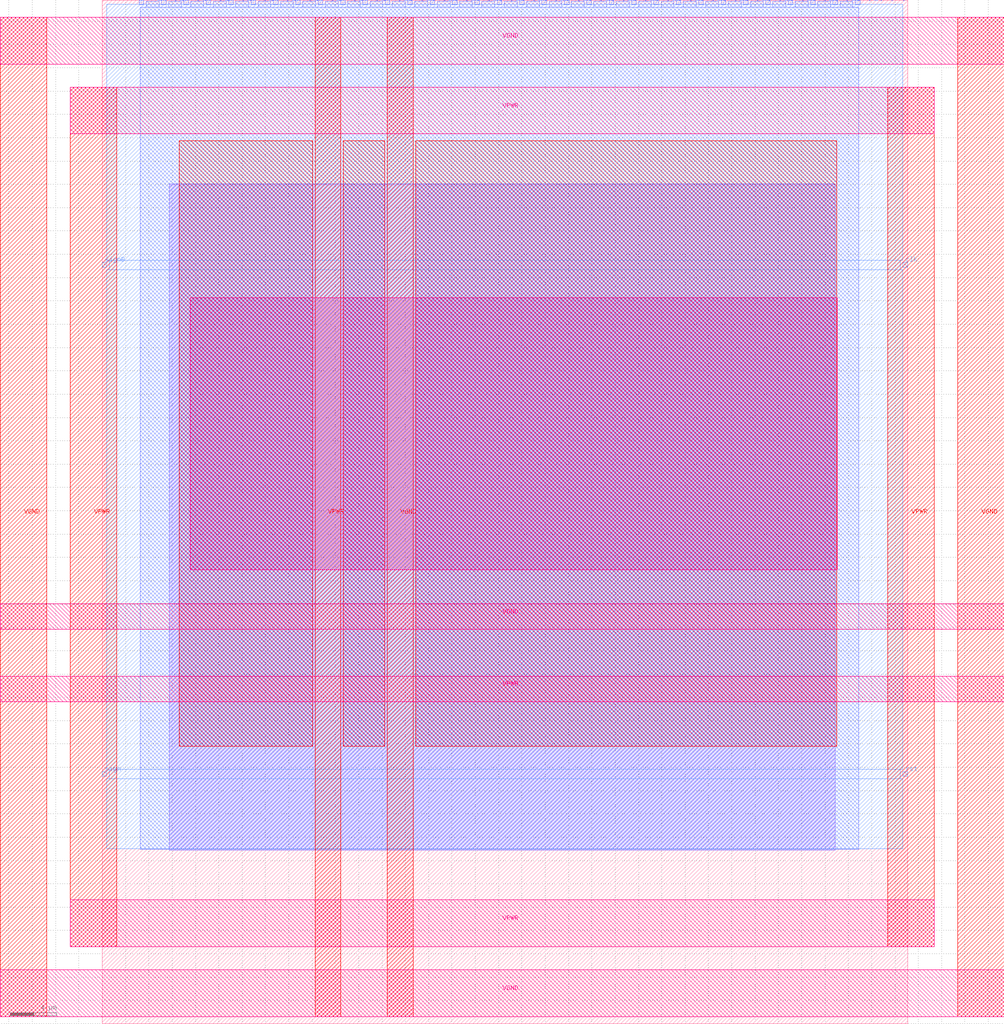
<source format=lef>
VERSION 5.7 ;
  NOWIREEXTENSIONATPIN ON ;
  DIVIDERCHAR "/" ;
  BUSBITCHARS "[]" ;
MACRO DigitalSine
  CLASS BLOCK ;
  FOREIGN DigitalSine ;
  ORIGIN 0.000 0.000 ;
  SIZE 69.075 BY 87.795 ;
  PIN VGND
    DIRECTION INOUT ;
    USE GROUND ;
    PORT
      LAYER Metal4 ;
        RECT -8.740 0.620 -4.740 86.320 ;
    END
    PORT
      LAYER Metal5 ;
        RECT -8.740 0.620 77.380 4.620 ;
    END
    PORT
      LAYER Metal5 ;
        RECT -8.740 82.320 77.380 86.320 ;
    END
    PORT
      LAYER Metal4 ;
        RECT 73.380 0.620 77.380 86.320 ;
    END
    PORT
      LAYER Metal4 ;
        RECT 24.460 0.620 26.660 86.320 ;
    END
    PORT
      LAYER Metal5 ;
        RECT -8.740 33.820 77.380 36.020 ;
    END
  END VGND
  PIN VPWR
    DIRECTION INOUT ;
    USE POWER ;
    PORT
      LAYER Metal4 ;
        RECT -2.740 6.620 1.260 80.320 ;
    END
    PORT
      LAYER Metal5 ;
        RECT -2.740 6.620 71.380 10.620 ;
    END
    PORT
      LAYER Metal5 ;
        RECT -2.740 76.320 71.380 80.320 ;
    END
    PORT
      LAYER Metal4 ;
        RECT 67.380 6.620 71.380 80.320 ;
    END
    PORT
      LAYER Metal4 ;
        RECT 18.260 0.620 20.460 86.320 ;
    END
    PORT
      LAYER Metal5 ;
        RECT -8.740 27.620 77.380 29.820 ;
    END
  END VPWR
  PIN clk
    DIRECTION INPUT ;
    USE SIGNAL ;
    ANTENNAGATEAREA 0.725400 ;
    PORT
      LAYER Metal3 ;
        RECT 68.675 64.900 69.075 65.300 ;
    END
  END clk
  PIN rst
    DIRECTION INPUT ;
    USE SIGNAL ;
    ANTENNAGATEAREA 0.180700 ;
    PORT
      LAYER Metal3 ;
        RECT 68.675 21.220 69.075 21.620 ;
    END
  END rst
  PIN sign
    DIRECTION OUTPUT ;
    USE SIGNAL ;
    ANTENNADIFFAREA 0.706800 ;
    PORT
      LAYER Metal3 ;
        RECT 0.000 21.220 0.400 21.620 ;
    END
  END sign
  PIN signB
    DIRECTION OUTPUT ;
    USE SIGNAL ;
    ANTENNADIFFAREA 0.706800 ;
    PORT
      LAYER Metal3 ;
        RECT 0.000 64.900 0.400 65.300 ;
    END
  END signB
  PIN sine_out[0]
    DIRECTION OUTPUT ;
    USE SIGNAL ;
    ANTENNADIFFAREA 0.706800 ;
    PORT
      LAYER Metal2 ;
        RECT 3.160 87.395 3.560 87.795 ;
    END
  END sine_out[0]
  PIN sine_out[10]
    DIRECTION OUTPUT ;
    USE SIGNAL ;
    ANTENNADIFFAREA 0.706800 ;
    PORT
      LAYER Metal2 ;
        RECT 22.360 87.395 22.760 87.795 ;
    END
  END sine_out[10]
  PIN sine_out[11]
    DIRECTION OUTPUT ;
    USE SIGNAL ;
    ANTENNADIFFAREA 0.706800 ;
    PORT
      LAYER Metal2 ;
        RECT 24.280 87.395 24.680 87.795 ;
    END
  END sine_out[11]
  PIN sine_out[12]
    DIRECTION OUTPUT ;
    USE SIGNAL ;
    ANTENNADIFFAREA 0.706800 ;
    PORT
      LAYER Metal2 ;
        RECT 26.200 87.395 26.600 87.795 ;
    END
  END sine_out[12]
  PIN sine_out[13]
    DIRECTION OUTPUT ;
    USE SIGNAL ;
    ANTENNADIFFAREA 0.706800 ;
    PORT
      LAYER Metal2 ;
        RECT 28.120 87.395 28.520 87.795 ;
    END
  END sine_out[13]
  PIN sine_out[14]
    DIRECTION OUTPUT ;
    USE SIGNAL ;
    ANTENNADIFFAREA 0.706800 ;
    PORT
      LAYER Metal2 ;
        RECT 30.040 87.395 30.440 87.795 ;
    END
  END sine_out[14]
  PIN sine_out[15]
    DIRECTION OUTPUT ;
    USE SIGNAL ;
    ANTENNADIFFAREA 0.706800 ;
    PORT
      LAYER Metal2 ;
        RECT 31.960 87.395 32.360 87.795 ;
    END
  END sine_out[15]
  PIN sine_out[16]
    DIRECTION OUTPUT ;
    USE SIGNAL ;
    ANTENNADIFFAREA 0.706800 ;
    PORT
      LAYER Metal2 ;
        RECT 33.880 87.395 34.280 87.795 ;
    END
  END sine_out[16]
  PIN sine_out[17]
    DIRECTION OUTPUT ;
    USE SIGNAL ;
    ANTENNADIFFAREA 0.706800 ;
    PORT
      LAYER Metal2 ;
        RECT 35.800 87.395 36.200 87.795 ;
    END
  END sine_out[17]
  PIN sine_out[18]
    DIRECTION OUTPUT ;
    USE SIGNAL ;
    ANTENNADIFFAREA 0.706800 ;
    PORT
      LAYER Metal2 ;
        RECT 37.720 87.395 38.120 87.795 ;
    END
  END sine_out[18]
  PIN sine_out[19]
    DIRECTION OUTPUT ;
    USE SIGNAL ;
    ANTENNADIFFAREA 0.706800 ;
    PORT
      LAYER Metal2 ;
        RECT 39.640 87.395 40.040 87.795 ;
    END
  END sine_out[19]
  PIN sine_out[1]
    DIRECTION OUTPUT ;
    USE SIGNAL ;
    ANTENNADIFFAREA 0.706800 ;
    PORT
      LAYER Metal2 ;
        RECT 5.080 87.395 5.480 87.795 ;
    END
  END sine_out[1]
  PIN sine_out[20]
    DIRECTION OUTPUT ;
    USE SIGNAL ;
    ANTENNADIFFAREA 0.706800 ;
    PORT
      LAYER Metal2 ;
        RECT 41.560 87.395 41.960 87.795 ;
    END
  END sine_out[20]
  PIN sine_out[21]
    DIRECTION OUTPUT ;
    USE SIGNAL ;
    ANTENNADIFFAREA 0.706800 ;
    PORT
      LAYER Metal2 ;
        RECT 43.480 87.395 43.880 87.795 ;
    END
  END sine_out[21]
  PIN sine_out[22]
    DIRECTION OUTPUT ;
    USE SIGNAL ;
    ANTENNADIFFAREA 0.706800 ;
    PORT
      LAYER Metal2 ;
        RECT 45.400 87.395 45.800 87.795 ;
    END
  END sine_out[22]
  PIN sine_out[23]
    DIRECTION OUTPUT ;
    USE SIGNAL ;
    ANTENNADIFFAREA 0.706800 ;
    PORT
      LAYER Metal2 ;
        RECT 47.320 87.395 47.720 87.795 ;
    END
  END sine_out[23]
  PIN sine_out[24]
    DIRECTION OUTPUT ;
    USE SIGNAL ;
    ANTENNADIFFAREA 0.706800 ;
    PORT
      LAYER Metal2 ;
        RECT 49.240 87.395 49.640 87.795 ;
    END
  END sine_out[24]
  PIN sine_out[25]
    DIRECTION OUTPUT ;
    USE SIGNAL ;
    ANTENNADIFFAREA 0.706800 ;
    PORT
      LAYER Metal2 ;
        RECT 51.160 87.395 51.560 87.795 ;
    END
  END sine_out[25]
  PIN sine_out[26]
    DIRECTION OUTPUT ;
    USE SIGNAL ;
    ANTENNADIFFAREA 0.706800 ;
    PORT
      LAYER Metal2 ;
        RECT 53.080 87.395 53.480 87.795 ;
    END
  END sine_out[26]
  PIN sine_out[27]
    DIRECTION OUTPUT ;
    USE SIGNAL ;
    ANTENNADIFFAREA 0.706800 ;
    PORT
      LAYER Metal2 ;
        RECT 55.000 87.395 55.400 87.795 ;
    END
  END sine_out[27]
  PIN sine_out[28]
    DIRECTION OUTPUT ;
    USE SIGNAL ;
    ANTENNADIFFAREA 0.706800 ;
    PORT
      LAYER Metal2 ;
        RECT 56.920 87.395 57.320 87.795 ;
    END
  END sine_out[28]
  PIN sine_out[29]
    DIRECTION OUTPUT ;
    USE SIGNAL ;
    ANTENNADIFFAREA 0.706800 ;
    PORT
      LAYER Metal2 ;
        RECT 58.840 87.395 59.240 87.795 ;
    END
  END sine_out[29]
  PIN sine_out[2]
    DIRECTION OUTPUT ;
    USE SIGNAL ;
    ANTENNADIFFAREA 0.706800 ;
    PORT
      LAYER Metal2 ;
        RECT 7.000 87.395 7.400 87.795 ;
    END
  END sine_out[2]
  PIN sine_out[30]
    DIRECTION OUTPUT ;
    USE SIGNAL ;
    ANTENNADIFFAREA 0.706800 ;
    PORT
      LAYER Metal2 ;
        RECT 60.760 87.395 61.160 87.795 ;
    END
  END sine_out[30]
  PIN sine_out[31]
    DIRECTION OUTPUT ;
    USE SIGNAL ;
    ANTENNADIFFAREA 0.706800 ;
    PORT
      LAYER Metal2 ;
        RECT 62.680 87.395 63.080 87.795 ;
    END
  END sine_out[31]
  PIN sine_out[32]
    DIRECTION OUTPUT ;
    USE SIGNAL ;
    ANTENNADIFFAREA 0.706800 ;
    PORT
      LAYER Metal2 ;
        RECT 64.600 87.395 65.000 87.795 ;
    END
  END sine_out[32]
  PIN sine_out[3]
    DIRECTION OUTPUT ;
    USE SIGNAL ;
    ANTENNADIFFAREA 0.706800 ;
    PORT
      LAYER Metal2 ;
        RECT 8.920 87.395 9.320 87.795 ;
    END
  END sine_out[3]
  PIN sine_out[4]
    DIRECTION OUTPUT ;
    USE SIGNAL ;
    ANTENNADIFFAREA 0.706800 ;
    PORT
      LAYER Metal2 ;
        RECT 10.840 87.395 11.240 87.795 ;
    END
  END sine_out[4]
  PIN sine_out[5]
    DIRECTION OUTPUT ;
    USE SIGNAL ;
    ANTENNADIFFAREA 0.706800 ;
    PORT
      LAYER Metal2 ;
        RECT 12.760 87.395 13.160 87.795 ;
    END
  END sine_out[5]
  PIN sine_out[6]
    DIRECTION OUTPUT ;
    USE SIGNAL ;
    ANTENNADIFFAREA 0.706800 ;
    PORT
      LAYER Metal2 ;
        RECT 14.680 87.395 15.080 87.795 ;
    END
  END sine_out[6]
  PIN sine_out[7]
    DIRECTION OUTPUT ;
    USE SIGNAL ;
    ANTENNADIFFAREA 0.706800 ;
    PORT
      LAYER Metal2 ;
        RECT 16.600 87.395 17.000 87.795 ;
    END
  END sine_out[7]
  PIN sine_out[8]
    DIRECTION OUTPUT ;
    USE SIGNAL ;
    ANTENNADIFFAREA 0.706800 ;
    PORT
      LAYER Metal2 ;
        RECT 18.520 87.395 18.920 87.795 ;
    END
  END sine_out[8]
  PIN sine_out[9]
    DIRECTION OUTPUT ;
    USE SIGNAL ;
    ANTENNADIFFAREA 0.706800 ;
    PORT
      LAYER Metal2 ;
        RECT 20.440 87.395 20.840 87.795 ;
    END
  END sine_out[9]
  OBS
      LAYER GatPoly ;
        RECT 5.760 14.970 62.880 71.970 ;
      LAYER Metal1 ;
        RECT 5.760 14.900 62.880 72.040 ;
      LAYER Metal2 ;
        RECT 3.770 87.185 4.870 87.695 ;
        RECT 5.690 87.185 6.790 87.695 ;
        RECT 7.610 87.185 8.710 87.695 ;
        RECT 9.530 87.185 10.630 87.695 ;
        RECT 11.450 87.185 12.550 87.695 ;
        RECT 13.370 87.185 14.470 87.695 ;
        RECT 15.290 87.185 16.390 87.695 ;
        RECT 17.210 87.185 18.310 87.695 ;
        RECT 19.130 87.185 20.230 87.695 ;
        RECT 21.050 87.185 22.150 87.695 ;
        RECT 22.970 87.185 24.070 87.695 ;
        RECT 24.890 87.185 25.990 87.695 ;
        RECT 26.810 87.185 27.910 87.695 ;
        RECT 28.730 87.185 29.830 87.695 ;
        RECT 30.650 87.185 31.750 87.695 ;
        RECT 32.570 87.185 33.670 87.695 ;
        RECT 34.490 87.185 35.590 87.695 ;
        RECT 36.410 87.185 37.510 87.695 ;
        RECT 38.330 87.185 39.430 87.695 ;
        RECT 40.250 87.185 41.350 87.695 ;
        RECT 42.170 87.185 43.270 87.695 ;
        RECT 44.090 87.185 45.190 87.695 ;
        RECT 46.010 87.185 47.110 87.695 ;
        RECT 47.930 87.185 49.030 87.695 ;
        RECT 49.850 87.185 50.950 87.695 ;
        RECT 51.770 87.185 52.870 87.695 ;
        RECT 53.690 87.185 54.790 87.695 ;
        RECT 55.610 87.185 56.710 87.695 ;
        RECT 57.530 87.185 58.630 87.695 ;
        RECT 59.450 87.185 60.550 87.695 ;
        RECT 61.370 87.185 62.470 87.695 ;
        RECT 63.290 87.185 64.390 87.695 ;
        RECT 3.255 14.975 64.905 87.185 ;
      LAYER Metal3 ;
        RECT 0.400 65.510 68.675 87.460 ;
        RECT 0.610 64.690 68.465 65.510 ;
        RECT 0.400 21.830 68.675 64.690 ;
        RECT 0.610 21.010 68.465 21.830 ;
        RECT 0.400 15.020 68.675 21.010 ;
      LAYER Metal4 ;
        RECT 6.620 23.795 18.050 75.745 ;
        RECT 20.670 23.795 24.250 75.745 ;
        RECT 26.870 23.795 62.985 75.745 ;
      LAYER Metal5 ;
        RECT 7.535 38.960 63.025 62.260 ;
  END
END DigitalSine
END LIBRARY


</source>
